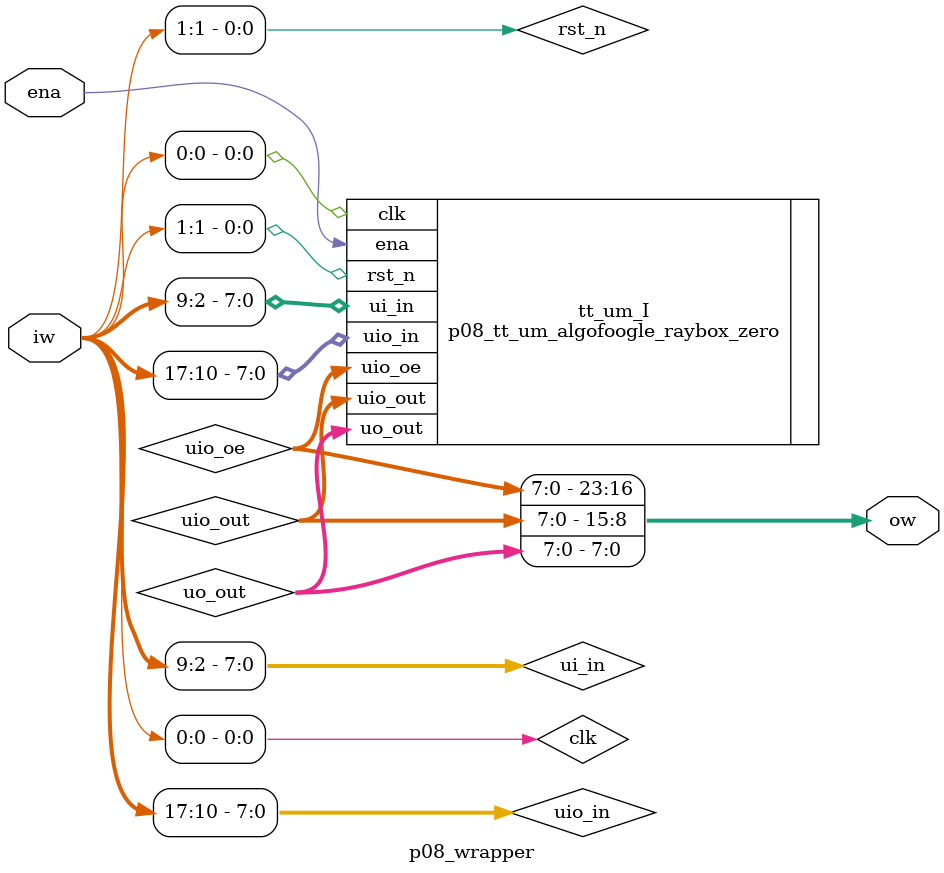
<source format=v>
`default_nettype none

module p08_wrapper (
  input wire ena,
  input wire [17:0] iw,
  output wire [23:0] ow
);

wire [7:0] uio_in;
wire [7:0] uio_out;
wire [7:0] uio_oe;
wire [7:0] uo_out;
wire [7:0] ui_in;
wire clk;
wire rst_n;

assign { uio_in, ui_in, rst_n, clk} = iw;
assign ow = { uio_oe, uio_out, uo_out };

p08_tt_um_algofoogle_raybox_zero tt_um_I (
  .uio_in  (uio_in),
  .uio_out (uio_out),
  .uio_oe  (uio_oe),
  .uo_out  (uo_out),
  .ui_in   (ui_in),
  .ena     (ena),
  .clk     (clk),
  .rst_n   (rst_n)
);

endmodule

</source>
